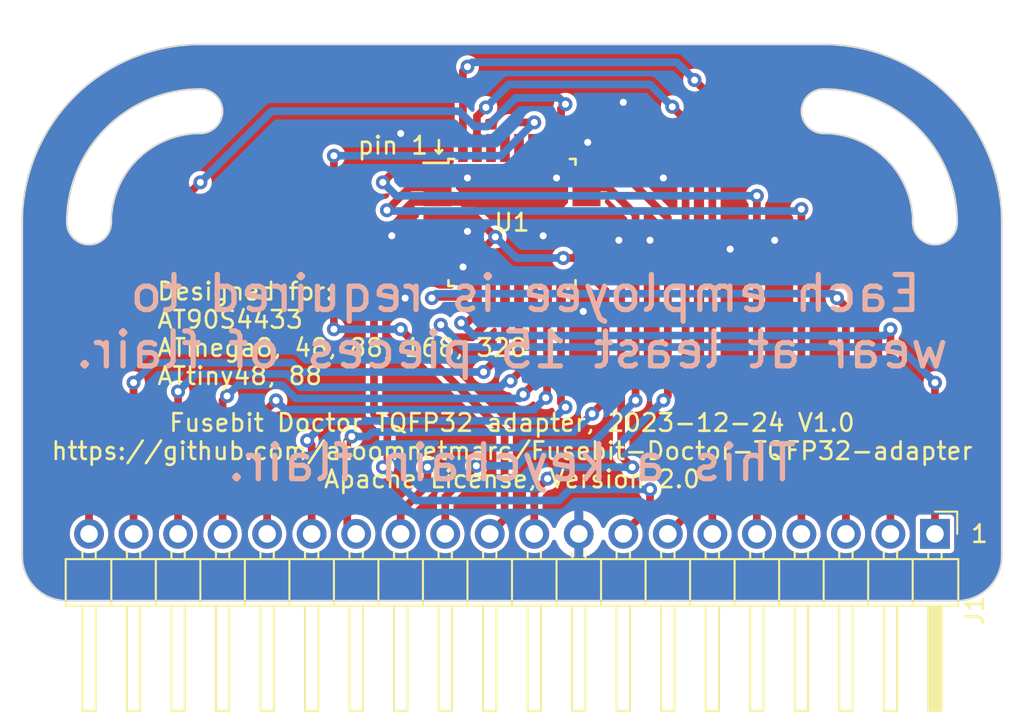
<source format=kicad_pcb>
(kicad_pcb (version 20221018) (generator pcbnew)
  (title_block (title "Fusebit Doctor TQFP32 adapter") (date "2023-12-24") (rev "V1.0") (company "https://github.com/atoomnetmarc/Fusebit-Doctor-TQFP32-adapter") (comment 1 "Apache License, Version 2.0"))
  (layers (0 "F.Cu" signal) (31 "B.Cu" signal) (34 "B.Paste" user) (35 "F.Paste" user) (36 "B.SilkS" user "B.Silkscreen") (37 "F.SilkS" user "F.Silkscreen") (38 "B.Mask" user) (39 "F.Mask" user) (44 "Edge.Cuts" user))
  (net 0 "")
  (net 1 "PAGEL")
  (net 2 "XA1")
  (net 3 "XA0")
  (net 4 "BS1")
  (net 5 "~{WR}")
  (net 6 "~{OE}")
  (net 7 "RDY{slash}~{BSY}")
  (net 8 "XTAL1")
  (net 9 "GND")
  (net 10 "5V")
  (net 11 "12V")
  (net 12 "DATA7")
  (net 13 "DATA6")
  (net 14 "DATA5")
  (net 15 "DATA4")
  (net 16 "DATA3")
  (net 17 "DATA2")
  (net 18 "DATA1")
  (net 19 "DATA0")
  (net 20 "BS2")
  (footprint "Connector_PinHeader_2.54mm:PinHeader_1x20_P2.54mm_Horizontal" (layer "F.Cu") (at 24.13 17.78 -90)
    (fp_text reference "J1" (at 4.385 -2.27 90) (layer "F.SilkS"))
    (fp_text value "Fusebit Doctor breakout side")
    (fp_line (start -1.27 -1.27) (end 0 -1.27) (stroke (width 0.12)) (layer "F.SilkS"))
    (fp_line (start -1.27 0) (end -1.27 -1.27) (stroke (width 0.12)) (layer "F.SilkS"))
    (fp_line (start 1.042929 2.16) (end 1.44 2.16) (stroke (width 0.12)) (layer "F.SilkS"))
    (fp_line (start 1.042929 2.92) (end 1.44 2.92) (stroke (width 0.12)) (layer "F.SilkS"))
    (fp_line (start 1.042929 4.7) (end 1.44 4.7) (stroke (width 0.12)) (layer "F.SilkS"))
    (fp_line (start 1.042929 5.46) (end 1.44 5.46) (stroke (width 0.12)) (layer "F.SilkS"))
    (fp_line (start 1.042929 7.24) (end 1.44 7.24) (stroke (width 0.12)) (layer "F.SilkS"))
    (fp_line (start 1.042929 8) (end 1.44 8) (stroke (width 0.12)) (layer "F.SilkS"))
    (fp_line (start 1.042929 9.78) (end 1.44 9.78) (stroke (width 0.12)) (layer "F.SilkS"))
    (fp_line (start 1.042929 10.54) (end 1.44 10.54) (stroke (width 0.12)) (layer "F.SilkS"))
    (fp_line (start 1.042929 12.32) (end 1.44 12.32) (stroke (width 0.12)) (layer "F.SilkS"))
    (fp_line (start 1.042929 13.08) (end 1.44 13.08) (stroke (width 0.12)) (layer "F.SilkS"))
    (fp_line (start 1.042929 14.86) (end 1.44 14.86) (stroke (width 0.12)) (layer "F.SilkS"))
    (fp_line (start 1.042929 15.62) (end 1.44 15.62) (stroke (width 0.12)) (layer "F.SilkS"))
    (fp_line (start 1.042929 17.4) (end 1.44 17.4) (stroke (width 0.12)) (layer "F.SilkS"))
    (fp_line (start 1.042929 18.16) (end 1.44 18.16) (stroke (width 0.12)) (layer "F.SilkS"))
    (fp_line (start 1.042929 19.94) (end 1.44 19.94) (stroke (width 0.12)) (layer "F.SilkS"))
    (fp_line (start 1.042929 20.7) (end 1.44 20.7) (stroke (width 0.12)) (layer "F.SilkS"))
    (fp_line (start 1.042929 22.48) (end 1.44 22.48) (stroke (width 0.12)) (layer "F.SilkS"))
    (fp_line (start 1.042929 23.24) (end 1.44 23.24) (stroke (width 0.12)) (layer "F.SilkS"))
    (fp_line (start 1.042929 25.02) (end 1.44 25.02) (stroke (width 0.12)) (layer "F.SilkS"))
    (fp_line (start 1.042929 25.78) (end 1.44 25.78) (stroke (width 0.12)) (layer "F.SilkS"))
    (fp_line (start 1.042929 27.56) (end 1.44 27.56) (stroke (width 0.12)) (layer "F.SilkS"))
    (fp_line (start 1.042929 28.32) (end 1.44 28.32) (stroke (width 0.12)) (layer "F.SilkS"))
    (fp_line (start 1.042929 30.1) (end 1.44 30.1) (stroke (width 0.12)) (layer "F.SilkS"))
    (fp_line (start 1.042929 30.86) (end 1.44 30.86) (stroke (width 0.12)) (layer "F.SilkS"))
    (fp_line (start 1.042929 32.64) (end 1.44 32.64) (stroke (width 0.12)) (layer "F.SilkS"))
    (fp_line (start 1.042929 33.4) (end 1.44 33.4) (stroke (width 0.12)) (layer "F.SilkS"))
    (fp_line (start 1.042929 35.18) (end 1.44 35.18) (stroke (width 0.12)) (layer "F.SilkS"))
    (fp_line (start 1.042929 35.94) (end 1.44 35.94) (stroke (width 0.12)) (layer "F.SilkS"))
    (fp_line (start 1.042929 37.72) (end 1.44 37.72) (stroke (width 0.12)) (layer "F.SilkS"))
    (fp_line (start 1.042929 38.48) (end 1.44 38.48) (stroke (width 0.12)) (layer "F.SilkS"))
    (fp_line (start 1.042929 40.26) (end 1.44 40.26) (stroke (width 0.12)) (layer "F.SilkS"))
    (fp_line (start 1.042929 41.02) (end 1.44 41.02) (stroke (width 0.12)) (layer "F.SilkS"))
    (fp_line (start 1.042929 42.8) (end 1.44 42.8) (stroke (width 0.12)) (layer "F.SilkS"))
    (fp_line (start 1.042929 43.56) (end 1.44 43.56) (stroke (width 0.12)) (layer "F.SilkS"))
    (fp_line (start 1.042929 45.34) (end 1.44 45.34) (stroke (width 0.12)) (layer "F.SilkS"))
    (fp_line (start 1.042929 46.1) (end 1.44 46.1) (stroke (width 0.12)) (layer "F.SilkS"))
    (fp_line (start 1.042929 47.88) (end 1.44 47.88) (stroke (width 0.12)) (layer "F.SilkS"))
    (fp_line (start 1.042929 48.64) (end 1.44 48.64) (stroke (width 0.12)) (layer "F.SilkS"))
    (fp_line (start 1.11 -0.38) (end 1.44 -0.38) (stroke (width 0.12)) (layer "F.SilkS"))
    (fp_line (start 1.11 0.38) (end 1.44 0.38) (stroke (width 0.12)) (layer "F.SilkS"))
    (fp_line (start 1.44 -1.33) (end 1.44 49.59) (stroke (width 0.12)) (layer "F.SilkS"))
    (fp_line (start 1.44 1.27) (end 4.1 1.27) (stroke (width 0.12)) (layer "F.SilkS"))
    (fp_line (start 1.44 3.81) (end 4.1 3.81) (stroke (width 0.12)) (layer "F.SilkS"))
    (fp_line (start 1.44 6.35) (end 4.1 6.35) (stroke (width 0.12)) (layer "F.SilkS"))
    (fp_line (start 1.44 8.89) (end 4.1 8.89) (stroke (width 0.12)) (layer "F.SilkS"))
    (fp_line (start 1.44 11.43) (end 4.1 11.43) (stroke (width 0.12)) (layer "F.SilkS"))
    (fp_line (start 1.44 13.97) (end 4.1 13.97) (stroke (width 0.12)) (layer "F.SilkS"))
    (fp_line (start 1.44 16.51) (end 4.1 16.51) (stroke (width 0.12)) (layer "F.SilkS"))
    (fp_line (start 1.44 19.05) (end 4.1 19.05) (stroke (width 0.12)) (layer "F.SilkS"))
    (fp_line (start 1.44 21.59) (end 4.1 21.59) (stroke (width 0.12)) (layer "F.SilkS"))
    (fp_line (start 1.44 24.13) (end 4.1 24.13) (stroke (width 0.12)) (layer "F.SilkS"))
    (fp_line (start 1.44 26.67) (end 4.1 26.67) (stroke (width 0.12)) (layer "F.SilkS"))
    (fp_line (start 1.44 29.21) (end 4.1 29.21) (stroke (width 0.12)) (layer "F.SilkS"))
    (fp_line (start 1.44 31.75) (end 4.1 31.75) (stroke (width 0.12)) (layer "F.SilkS"))
    (fp_line (start 1.44 34.29) (end 4.1 34.29) (stroke (width 0.12)) (layer "F.SilkS"))
    (fp_line (start 1.44 36.83) (end 4.1 36.83) (stroke (width 0.12)) (layer "F.SilkS"))
    (fp_line (start 1.44 39.37) (end 4.1 39.37) (stroke (width 0.12)) (layer "F.SilkS"))
    (fp_line (start 1.44 41.91) (end 4.1 41.91) (stroke (width 0.12)) (layer "F.SilkS"))
    (fp_line (start 1.44 44.45) (end 4.1 44.45) (stroke (width 0.12)) (layer "F.SilkS"))
    (fp_line (start 1.44 46.99) (end 4.1 46.99) (stroke (width 0.12)) (layer "F.SilkS"))
    (fp_line (start 1.44 49.59) (end 4.1 49.59) (stroke (width 0.12)) (layer "F.SilkS"))
    (fp_line (start 4.1 -1.33) (end 1.44 -1.33) (stroke (width 0.12)) (layer "F.SilkS"))
    (fp_line (start 4.1 -0.38) (end 10.1 -0.38) (stroke (width 0.12)) (layer "F.SilkS"))
    (fp_line (start 4.1 -0.32) (end 10.1 -0.32) (stroke (width 0.12)) (layer "F.SilkS"))
    (fp_line (start 4.1 -0.2) (end 10.1 -0.2) (stroke (width 0.12)) (layer "F.SilkS"))
    (fp_line (start 4.1 -0.08) (end 10.1 -0.08) (stroke (width 0.12)) (layer "F.SilkS"))
    (fp_line (start 4.1 0.04) (end 10.1 0.04) (stroke (width 0.12)) (layer "F.SilkS"))
    (fp_line (start 4.1 0.16) (end 10.1 0.16) (stroke (width 0.12)) (layer "F.SilkS"))
    (fp_line (start 4.1 0.28) (end 10.1 0.28) (stroke (width 0.12)) (layer "F.SilkS"))
    (fp_line (start 4.1 2.16) (end 10.1 2.16) (stroke (width 0.12)) (layer "F.SilkS"))
    (fp_line (start 4.1 4.7) (end 10.1 4.7) (stroke (width 0.12)) (layer "F.SilkS"))
    (fp_line (start 4.1 7.24) (end 10.1 7.24) (stroke (width 0.12)) (layer "F.SilkS"))
    (fp_line (start 4.1 9.78) (end 10.1 9.78) (stroke (width 0.12)) (layer "F.SilkS"))
    (fp_line (start 4.1 12.32) (end 10.1 12.32) (stroke (width 0.12)) (layer "F.SilkS"))
    (fp_line (start 4.1 14.86) (end 10.1 14.86) (stroke (width 0.12)) (layer "F.SilkS"))
    (fp_line (start 4.1 17.4) (end 10.1 17.4) (stroke (width 0.12)) (layer "F.SilkS"))
    (fp_line (start 4.1 19.94) (end 10.1 19.94) (stroke (width 0.12)) (layer "F.SilkS"))
    (fp_line (start 4.1 22.48) (end 10.1 22.48) (stroke (width 0.12)) (layer "F.SilkS"))
    (fp_line (start 4.1 25.02) (end 10.1 25.02) (stroke (width 0.12)) (layer "F.SilkS"))
    (fp_line (start 4.1 27.56) (end 10.1 27.56) (stroke (width 0.12)) (layer "F.SilkS"))
    (fp_line (start 4.1 30.1) (end 10.1 30.1) (stroke (width 0.12)) (layer "F.SilkS"))
    (fp_line (start 4.1 32.64) (end 10.1 32.64) (stroke (width 0.12)) (layer "F.SilkS"))
    (fp_line (start 4.1 35.18) (end 10.1 35.18) (stroke (width 0.12)) (layer "F.SilkS"))
    (fp_line (start 4.1 37.72) (end 10.1 37.72) (stroke (width 0.12)) (layer "F.SilkS"))
    (fp_line (start 4.1 40.26) (end 10.1 40.26) (stroke (width 0.12)) (layer "F.SilkS"))
    (fp_line (start 4.1 42.8) (end 10.1 42.8) (stroke (width 0.12)) (layer "F.SilkS"))
    (fp_line (start 4.1 45.34) (end 10.1 45.34) (stroke (width 0.12)) (layer "F.SilkS"))
    (fp_line (start 4.1 47.88) (end 10.1 47.88) (stroke (width 0.12)) (layer "F.SilkS"))
    (fp_line (start 4.1 49.59) (end 4.1 -1.33) (stroke (width 0.12)) (layer "F.SilkS"))
    (fp_line (start 10.1 -0.38) (end 10.1 0.38) (stroke (width 0.12)) (layer "F.SilkS"))
    (fp_line (start 10.1 0.38) (end 4.1 0.38) (stroke (width 0.12)) (layer "F.SilkS"))
    (fp_line (start 10.1 2.16) (end 10.1 2.92) (stroke (width 0.12)) (layer "F.SilkS"))
    (fp_line (start 10.1 2.92) (end 4.1 2.92) (stroke (width 0.12)) (layer "F.SilkS"))
    (fp_line (start 10.1 4.7) (end 10.1 5.46) (stroke (width 0.12)) (layer "F.SilkS"))
    (fp_line (start 10.1 5.46) (end 4.1 5.46) (stroke (width 0.12)) (layer "F.SilkS"))
    (fp_line (start 10.1 7.24) (end 10.1 8) (stroke (width 0.12)) (layer "F.SilkS"))
    (fp_line (start 10.1 8) (end 4.1 8) (stroke (width 0.12)) (layer "F.SilkS"))
    (fp_line (start 10.1 9.78) (end 10.1 10.54) (stroke (width 0.12)) (layer "F.SilkS"))
    (fp_line (start 10.1 10.54) (end 4.1 10.54) (stroke (width 0.12)) (layer "F.SilkS"))
    (fp_line (start 10.1 12.32) (end 10.1 13.08) (stroke (width 0.12)) (layer "F.SilkS"))
    (fp_line (start 10.1 13.08) (end 4.1 13.08) (stroke (width 0.12)) (layer "F.SilkS"))
    (fp_line (start 10.1 14.86) (end 10.1 15.62) (stroke (width 0.12)) (layer "F.SilkS"))
    (fp_line (start 10.1 15.62) (end 4.1 15.62) (stroke (width 0.12)) (layer "F.SilkS"))
    (fp_line (start 10.1 17.4) (end 10.1 18.16) (stroke (width 0.12)) (layer "F.SilkS"))
    (fp_line (start 10.1 18.16) (end 4.1 18.16) (stroke (width 0.12)) (layer "F.SilkS"))
    (fp_line (start 10.1 19.94) (end 10.1 20.7) (stroke (width 0.12)) (layer "F.SilkS"))
    (fp_line (start 10.1 20.7) (end 4.1 20.7) (stroke (width 0.12)) (layer "F.SilkS"))
    (fp_line (start 10.1 22.48) (end 10.1 23.24) (stroke (width 0.12)) (layer "F.SilkS"))
    (fp_line (start 10.1 23.24) (end 4.1 23.24) (stroke (width 0.12)) (layer "F.SilkS"))
    (fp_line (start 10.1 25.02) (end 10.1 25.78) (stroke (width 0.12)) (layer "F.SilkS"))
    (fp_line (start 10.1 25.78) (end 4.1 25.78) (stroke (width 0.12)) (layer "F.SilkS"))
    (fp_line (start 10.1 27.56) (end 10.1 28.32) (stroke (width 0.12)) (layer "F.SilkS"))
    (fp_line (start 10.1 28.32) (end 4.1 28.32) (stroke (width 0.12)) (layer "F.SilkS"))
    (fp_line (start 10.1 30.1) (end 10.1 30.86) (stroke (width 0.12)) (layer "F.SilkS"))
    (fp_line (start 10.1 30.86) (end 4.1 30.86) (stroke (width 0.12)) (layer "F.SilkS"))
    (fp_line (start 10.1 32.64) (end 10.1 33.4) (stroke (width 0.12)) (layer "F.SilkS"))
    (fp_line (start 10.1 33.4) (end 4.1 33.4) (stroke (width 0.12)) (layer "F.SilkS"))
    (fp_line (start 10.1 35.18) (end 10.1 35.94) (stroke (width 0.12)) (layer "F.SilkS"))
    (fp_line (start 10.1 35.94) (end 4.1 35.94) (stroke (width 0.12)) (layer "F.SilkS"))
    (fp_line (start 10.1 37.72) (end 10.1 38.48) (stroke (width 0.12)) (layer "F.SilkS"))
    (fp_line (start 10.1 38.48) (end 4.1 38.48) (stroke (width 0.12)) (layer "F.SilkS"))
    (fp_line (start 10.1 40.26) (end 10.1 41.02) (stroke (width 0.12)) (layer "F.SilkS"))
    (fp_line (start 10.1 41.02) (end 4.1 41.02) (stroke (width 0.12)) (layer "F.SilkS"))
    (fp_line (start 10.1 42.8) (end 10.1 43.56) (stroke (width 0.12)) (layer "F.SilkS"))
    (fp_line (start 10.1 43.56) (end 4.1 43.56) (stroke (width 0.12)) (layer "F.SilkS"))
    (fp_line (start 10.1 45.34) (end 10.1 46.1) (stroke (width 0.12)) (layer "F.SilkS"))
    (fp_line (start 10.1 46.1) (end 4.1 46.1) (stroke (width 0.12)) (layer "F.SilkS"))
    (fp_line (start 10.1 47.88) (end 10.1 48.64) (stroke (width 0.12)) (layer "F.SilkS"))
    (fp_line (start 10.1 48.64) (end 4.1 48.64) (stroke (width 0.12)) (layer "F.SilkS"))
    (pad "1" thru_hole rect (at 0 0 270) (size 1.7 1.7) (drill 1) (layers "*.Cu" "*.Mask") (net 1 "PAGEL"))
    (pad "2" thru_hole oval (at 0 2.54 270) (size 1.7 1.7) (drill 1) (layers "*.Cu" "*.Mask") (net 2 "XA1"))
    (pad "3" thru_hole oval (at 0 5.08 270) (size 1.7 1.7) (drill 1) (layers "*.Cu" "*.Mask") (net 3 "XA0"))
    (pad "4" thru_hole oval (at 0 7.62 270) (size 1.7 1.7) (drill 1) (layers "*.Cu" "*.Mask") (net 4 "BS1"))
    (pad "5" thru_hole oval (at 0 10.16 270) (size 1.7 1.7) (drill 1) (layers "*.Cu" "*.Mask") (net 5 "~{WR}"))
    (pad "6" thru_hole oval (at 0 12.7 270) (size 1.7 1.7) (drill 1) (layers "*.Cu" "*.Mask") (net 6 "~{OE}"))
    (pad "7" thru_hole oval (at 0 15.24 270) (size 1.7 1.7) (drill 1) (layers "*.Cu" "*.Mask") (net 7 "RDY{slash}~{BSY}"))
    (pad "8" thru_hole oval (at 0 17.78 270) (size 1.7 1.7) (drill 1) (layers "*.Cu" "*.Mask") (net 8 "XTAL1"))
    (pad "9" thru_hole oval (at 0 20.32 270) (size 1.7 1.7) (drill 1) (layers "*.Cu" "*.Mask") (net 9 "GND"))
    (pad "10" thru_hole oval (at 0 22.86 270) (size 1.7 1.7) (drill 1) (layers "*.Cu" "*.Mask") (net 10 "5V"))
    (pad "11" thru_hole oval (at 0 25.4 270) (size 1.7 1.7) (drill 1) (layers "*.Cu" "*.Mask") (net 11 "12V"))
    (pad "12" thru_hole oval (at 0 27.94 270) (size 1.7 1.7) (drill 1) (layers "*.Cu" "*.Mask") (net 12 "DATA7"))
    (pad "13" thru_hole oval (at 0 30.48 270) (size 1.7 1.7) (drill 1) (layers "*.Cu" "*.Mask") (net 13 "DATA6"))
    (pad "14" thru_hole oval (at 0 33.02 270) (size 1.7 1.7) (drill 1) (layers "*.Cu" "*.Mask") (net 14 "DATA5"))
    (pad "15" thru_hole oval (at 0 35.56 270) (size 1.7 1.7) (drill 1) (layers "*.Cu" "*.Mask") (net 15 "DATA4"))
    (pad "16" thru_hole oval (at 0 38.1 270) (size 1.7 1.7) (drill 1) (layers "*.Cu" "*.Mask") (net 16 "DATA3"))
    (pad "17" thru_hole oval (at 0 40.64 270) (size 1.7 1.7) (drill 1) (layers "*.Cu" "*.Mask") (net 17 "DATA2"))
    (pad "18" thru_hole oval (at 0 43.18 270) (size 1.7 1.7) (drill 1) (layers "*.Cu" "*.Mask") (net 18 "DATA1"))
    (pad "19" thru_hole oval (at 0 45.72 270) (size 1.7 1.7) (drill 1) (layers "*.Cu" "*.Mask") (net 19 "DATA0"))
    (pad "20" thru_hole oval (at 0 48.26 270) (size 1.7 1.7) (drill 1) (layers "*.Cu" "*.Mask") (net 20 "BS2"))
  )
  (footprint "Package_QFP:TQFP-32_7x7mm_P0.8mm" (layer "F.Cu") (at 0 0)
    (fp_text reference "U1" (at 0 0) (layer "F.SilkS"))
    (fp_text value "ATmega48-20A")
    (fp_line (start -3.625 -3.625) (end -3.625 -3.4) (stroke (width 0.15)) (layer "F.SilkS"))
    (fp_line (start -3.625 -3.625) (end -3.3 -3.625) (stroke (width 0.15)) (layer "F.SilkS"))
    (fp_line (start -3.625 -3.4) (end -5.05 -3.4) (stroke (width 0.15)) (layer "F.SilkS"))
    (fp_line (start -3.625 3.625) (end -3.625 3.3) (stroke (width 0.15)) (layer "F.SilkS"))
    (fp_line (start -3.625 3.625) (end -3.3 3.625) (stroke (width 0.15)) (layer "F.SilkS"))
    (fp_line (start 3.625 -3.625) (end 3.3 -3.625) (stroke (width 0.15)) (layer "F.SilkS"))
    (fp_line (start 3.625 -3.625) (end 3.625 -3.3) (stroke (width 0.15)) (layer "F.SilkS"))
    (fp_line (start 3.625 3.625) (end 3.3 3.625) (stroke (width 0.15)) (layer "F.SilkS"))
    (fp_line (start 3.625 3.625) (end 3.625 3.3) (stroke (width 0.15)) (layer "F.SilkS"))
    (pad "1" smd rect (at -4.25 -2.8) (size 1.6 0.55) (layers "F.Cu" "F.Paste" "F.Mask") (net 5 "~{WR}"))
    (pad "2" smd rect (at -4.25 -2) (size 1.6 0.55) (layers "F.Cu" "F.Paste" "F.Mask") (net 4 "BS1"))
    (pad "3" smd rect (at -4.25 -1.2) (size 1.6 0.55) (layers "F.Cu" "F.Paste" "F.Mask") (net 9 "GND"))
    (pad "4" smd rect (at -4.25 -0.4) (size 1.6 0.55) (layers "F.Cu" "F.Paste" "F.Mask") (net 10 "5V"))
    (pad "5" smd rect (at -4.25 0.4) (size 1.6 0.55) (layers "F.Cu" "F.Paste" "F.Mask") (net 9 "GND"))
    (pad "6" smd rect (at -4.25 1.2) (size 1.6 0.55) (layers "F.Cu" "F.Paste" "F.Mask") (net 10 "5V"))
    (pad "7" smd rect (at -4.25 2) (size 1.6 0.55) (layers "F.Cu" "F.Paste" "F.Mask") (net 8 "XTAL1"))
    (pad "8" smd rect (at -4.25 2.8) (size 1.6 0.55) (layers "F.Cu" "F.Paste" "F.Mask"))
    (pad "9" smd rect (at -2.8 4.25 90) (size 1.6 0.55) (layers "F.Cu" "F.Paste" "F.Mask") (net 3 "XA0"))
    (pad "10" smd rect (at -2 4.25 90) (size 1.6 0.55) (layers "F.Cu" "F.Paste" "F.Mask") (net 2 "XA1"))
    (pad "11" smd rect (at -1.2 4.25 90) (size 1.6 0.55) (layers "F.Cu" "F.Paste" "F.Mask") (net 1 "PAGEL"))
    (pad "12" smd rect (at -0.4 4.25 90) (size 1.6 0.55) (layers "F.Cu" "F.Paste" "F.Mask") (net 19 "DATA0"))
    (pad "13" smd rect (at 0.4 4.25 90) (size 1.6 0.55) (layers "F.Cu" "F.Paste" "F.Mask") (net 18 "DATA1"))
    (pad "14" smd rect (at 1.2 4.25 90) (size 1.6 0.55) (layers "F.Cu" "F.Paste" "F.Mask") (net 17 "DATA2"))
    (pad "15" smd rect (at 2 4.25 90) (size 1.6 0.55) (layers "F.Cu" "F.Paste" "F.Mask") (net 16 "DATA3"))
    (pad "16" smd rect (at 2.8 4.25 90) (size 1.6 0.55) (layers "F.Cu" "F.Paste" "F.Mask") (net 15 "DATA4"))
    (pad "17" smd rect (at 4.25 2.8) (size 1.6 0.55) (layers "F.Cu" "F.Paste" "F.Mask") (net 14 "DATA5"))
    (pad "18" smd rect (at 4.25 2) (size 1.6 0.55) (layers "F.Cu" "F.Paste" "F.Mask") (net 10 "5V"))
    (pad "19" smd rect (at 4.25 1.2) (size 1.6 0.55) (layers "F.Cu" "F.Paste" "F.Mask"))
    (pad "20" smd rect (at 4.25 0.4) (size 1.6 0.55) (layers "F.Cu" "F.Paste" "F.Mask"))
    (pad "21" smd rect (at 4.25 -0.4) (size 1.6 0.55) (layers "F.Cu" "F.Paste" "F.Mask") (net 9 "GND"))
    (pad "22" smd rect (at 4.25 -1.2) (size 1.6 0.55) (layers "F.Cu" "F.Paste" "F.Mask"))
    (pad "23" smd rect (at 4.25 -2) (size 1.6 0.55) (layers "F.Cu" "F.Paste" "F.Mask") (net 13 "DATA6"))
    (pad "24" smd rect (at 4.25 -2.8) (size 1.6 0.55) (layers "F.Cu" "F.Paste" "F.Mask") (net 12 "DATA7"))
    (pad "25" smd rect (at 2.8 -4.25 90) (size 1.6 0.55) (layers "F.Cu" "F.Paste" "F.Mask") (net 20 "BS2"))
    (pad "26" smd rect (at 2 -4.25 90) (size 1.6 0.55) (layers "F.Cu" "F.Paste" "F.Mask"))
    (pad "27" smd rect (at 1.2 -4.25 90) (size 1.6 0.55) (layers "F.Cu" "F.Paste" "F.Mask"))
    (pad "28" smd rect (at 0.4 -4.25 90) (size 1.6 0.55) (layers "F.Cu" "F.Paste" "F.Mask"))
    (pad "29" smd rect (at -0.4 -4.25 90) (size 1.6 0.55) (layers "F.Cu" "F.Paste" "F.Mask") (net 11 "12V"))
    (pad "30" smd rect (at -1.2 -4.25 90) (size 1.6 0.55) (layers "F.Cu" "F.Paste" "F.Mask"))
    (pad "31" smd rect (at -2 -4.25 90) (size 1.6 0.55) (layers "F.Cu" "F.Paste" "F.Mask") (net 7 "RDY{slash}~{BSY}"))
    (pad "32" smd rect (at -2.8 -4.25 90) (size 1.6 0.55) (layers "F.Cu" "F.Paste" "F.Mask") (net 6 "~{OE}"))
  )
  (gr_line (start 27.94 0) (end 27.94 19.05) (stroke (width 0.1)) (layer "Edge.Cuts"))
  (gr_arc (start 17.78 -10.16) (mid 24.964205 -7.184205) (end 27.94 0) (stroke (width 0.1)) (layer "Edge.Cuts"))
  (gr_arc (start -25.4 21.59) (mid -27.196051 20.846051) (end -27.94 19.05) (stroke (width 0.1)) (layer "Edge.Cuts"))
  (gr_line (start 25.4 21.59) (end -25.4 21.59) (stroke (width 0.1)) (layer "Edge.Cuts"))
  (gr_arc (start -22.86 0) (mid -21.372102 -3.592102) (end -17.78 -5.08) (stroke (width 0.1)) (layer "Edge.Cuts"))
  (gr_arc (start 27.94 19.05) (mid 27.196051 20.846051) (end 25.4 21.59) (stroke (width 0.1)) (layer "Edge.Cuts"))
  (gr_arc (start -17.78 -7.62) (mid -16.51 -6.35) (end -17.78 -5.08) (stroke (width 0.1)) (layer "Edge.Cuts"))
  (gr_arc (start 17.78 -7.62) (mid 23.168154 -5.388154) (end 25.4 0) (stroke (width 0.1)) (layer "Edge.Cuts"))
  (gr_line (start -17.78 -10.16) (end 17.78 -10.16) (stroke (width 0.1)) (layer "Edge.Cuts"))
  (gr_line (start -27.94 19.05) (end -27.94 0) (stroke (width 0.1)) (layer "Edge.Cuts"))
  (gr_arc (start -27.94 0) (mid -24.964205 -7.184205) (end -17.78 -10.16) (stroke (width 0.1)) (layer "Edge.Cuts"))
  (gr_arc (start 17.78 -5.08) (mid 21.372102 -3.592102) (end 22.86 0) (stroke (width 0.1)) (layer "Edge.Cuts"))
  (gr_arc (start 17.78 -5.08) (mid 16.51 -6.35) (end 17.78 -7.62) (stroke (width 0.1)) (layer "Edge.Cuts"))
  (gr_arc (start -25.4 0) (mid -23.168154 -5.388154) (end -17.78 -7.62) (stroke (width 0.1)) (layer "Edge.Cuts"))
  (gr_arc (start -22.86 0) (mid -24.13 1.27) (end -25.4 0) (stroke (width 0.1)) (layer "Edge.Cuts"))
  (gr_arc (start 25.4 0) (mid 24.13 1.27) (end 22.86 0) (stroke (width 0.1)) (layer "Edge.Cuts"))
  (gr_text "Each employee is required to \nwear at least 15 pieces of flair.\n\nThis a keychain flair." (at 0 8.89) (layer "B.SilkS") (effects (font (size 2 2) (thickness 0.3)) (justify mirror)))
  (gr_text "pin 1↓" (at -8.89 -3.81) (layer "F.SilkS") (effects (font (size 1 1)) (justify left bottom)))
  (gr_text "${TITLE}, ${ISSUE_DATE} ${REVISION}\n${COMPANY}\n${COMMENT1}" (at 0 15.24) (layer "F.SilkS") (effects (font (size 1 1)) (justify bottom)))
  (gr_text "Designed for:\nAT90S4433\nATmega8, 48, 88, 168, 328\nATtiny48, 88" (at -20.32 6.35) (layer "F.SilkS") (effects (font (size 1 1)) (justify left)))
  (gr_text "1" (at 26.67 17.78) (layer "F.SilkS") (effects (font (size 1 1))))
  (segment (start 24.13 17.78) (end 24.13 9.144008) (width 0.44) (layer "F.Cu") (net 1))
  (segment (start -4.064 5.842) (end -3.351183 6.554817) (width 0.44) (layer "F.Cu") (net 1))
  (segment (start -1.2 5.49) (end -1.2 4.25) (width 0.44) (layer "F.Cu") (net 1))
  (segment (start -2.264817 6.554817) (end -1.2 5.49) (width 0.44) (layer "F.Cu") (net 1))
  (segment (start -3.351183 6.554817) (end -2.264817 6.554817) (width 0.44) (layer "F.Cu") (net 1))
  (via (at -4.064 5.842) (size 0.8) (drill 0.4) (layers "F.Cu" "B.Cu") (net 1))
  (via (at 24.13 9.144008) (size 0.8) (drill 0.4) (layers "F.Cu" "B.Cu") (net 1))
  (segment (start 22.098 7.112) (end 24.13 9.144) (width 0.44) (layer "B.Cu") (net 1))
  (segment (start -2.794 7.112) (end 22.098 7.112) (width 0.44) (layer "B.Cu") (net 1))
  (segment (start 24.13 9.144) (end 24.13 9.144008) (width 0.44) (layer "B.Cu") (net 1))
  (segment (start -4.064 5.842) (end -2.794 7.112) (width 0.44) (layer "B.Cu") (net 1))
  (segment (start -2 5.158904) (end -2.575913 5.734817) (width 0.44) (layer "F.Cu") (net 2))
  (segment (start 21.59 17.78) (end 21.59 6.096) (width 0.44) (layer "F.Cu") (net 2))
  (segment (start -2 4.25) (end -2 5.158904) (width 0.44) (layer "F.Cu") (net 2))
  (segment (start -2.575913 5.734817) (end -2.901183 5.734817) (width 0.44) (layer "F.Cu") (net 2))
  (via (at 21.59 6.096) (size 0.8) (drill 0.4) (layers "F.Cu" "B.Cu") (net 2))
  (via (at -2.901183 5.734817) (size 0.8) (drill 0.4) (layers "F.Cu" "B.Cu") (net 2))
  (segment (start 21.228 6.458) (end -2.178 6.458) (width 0.44) (layer "B.Cu") (net 2))
  (segment (start -2.178 6.458) (end -2.901183 5.734817) (width 0.44) (layer "B.Cu") (net 2))
  (segment (start 21.59 6.096) (end 21.228 6.458) (width 0.44) (layer "B.Cu") (net 2))
  (segment (start -2.8 4.25) (end -4.504 4.25) (width 0.44) (layer "F.Cu") (net 3))
  (segment (start 19.05 17.78) (end 19.05 4.826) (width 0.44) (layer "F.Cu") (net 3))
  (segment (start -4.504 4.25) (end -4.572 4.318) (width 0.44) (layer "F.Cu") (net 3))
  (segment (start 19.05 4.826) (end 18.542 4.318) (width 0.44) (layer "F.Cu") (net 3))
  (via (at -4.572 4.318) (size 0.8) (drill 0.4) (layers "F.Cu" "B.Cu") (net 3))
  (via (at 18.542 4.318) (size 0.8) (drill 0.4) (layers "F.Cu" "B.Cu") (net 3))
  (segment (start 18.288 4.064) (end -4.318 4.064) (width 0.44) (layer "B.Cu") (net 3))
  (segment (start -4.318 4.064) (end -4.572 4.318) (width 0.44) (layer "B.Cu") (net 3))
  (segment (start 18.542 4.318) (end 18.288 4.064) (width 0.44) (layer "B.Cu") (net 3))
  (segment (start -5.831758 -2) (end -7.133115 -0.698643) (width 0.44) (layer "F.Cu") (net 4))
  (segment (start -4.25 -2) (end -5.831758 -2) (width 0.44) (layer "F.Cu") (net 4))
  (segment (start 16.51 17.78) (end 16.51 -0.762) (width 0.44) (layer "F.Cu") (net 4))
  (via (at 16.51 -0.762) (size 0.8) (drill 0.4) (layers "F.Cu" "B.Cu") (net 4))
  (via (at -7.133115 -0.698643) (size 0.8) (drill 0.4) (layers "F.Cu" "B.Cu") (net 4))
  (segment (start 16.401999 -0.653999) (end -7.088471 -0.653999) (width 0.44) (layer "B.Cu") (net 4))
  (segment (start -7.088471 -0.653999) (end -7.133115 -0.698643) (width 0.44) (layer "B.Cu") (net 4))
  (segment (start 16.51 -0.762) (end 16.401999 -0.653999) (width 0.44) (layer "B.Cu") (net 4))
  (segment (start -6.852 -2.8) (end -7.366 -2.286) (width 0.44) (layer "F.Cu") (net 5))
  (segment (start 13.97 17.78) (end 13.97 -1.524) (width 0.44) (layer "F.Cu") (net 5))
  (segment (start -4.25 -2.8) (end -6.852 -2.8) (width 0.44) (layer "F.Cu") (net 5))
  (segment (start 13.97 -1.524) (end 13.969998 -1.524002) (width 0.44) (layer "F.Cu") (net 5))
  (via (at 13.969998 -1.524002) (size 0.8) (drill 0.4) (layers "F.Cu" "B.Cu") (net 5))
  (via (at -7.366 -2.286) (size 0.8) (drill 0.4) (layers "F.Cu" "B.Cu") (net 5))
  (segment (start 13.969995 -1.523999) (end -6.603999 -1.523999) (width 0.44) (layer "B.Cu") (net 5))
  (segment (start -6.603999 -1.523999) (end -7.366 -2.286) (width 0.44) (layer "B.Cu") (net 5))
  (segment (start 13.969998 -1.524002) (end 13.969995 -1.523999) (width 0.44) (layer "B.Cu") (net 5))
  (segment (start -2.8 -8.63) (end -2.54 -8.89) (width 0.44) (layer "F.Cu") (net 6))
  (segment (start 11.43 17.78) (end 11.43 -7.112) (width 0.44) (layer "F.Cu") (net 6))
  (segment (start -2.8 -4.25) (end -2.8 -8.63) (width 0.44) (layer "F.Cu") (net 6))
  (segment (start 11.43 -7.112) (end 10.414 -8.128) (width 0.44) (layer "F.Cu") (net 6))
  (via (at 10.414 -8.128) (size 0.8) (drill 0.4) (layers "F.Cu" "B.Cu") (net 6))
  (via (at -2.54 -8.89) (size 0.8) (drill 0.4) (layers "F.Cu" "B.Cu") (net 6))
  (segment (start 10.414 -8.128) (end 9.398 -9.144) (width 0.44) (layer "B.Cu") (net 6))
  (segment (start 9.398 -9.144) (end -2.286 -9.144) (width 0.44) (layer "B.Cu") (net 6))
  (segment (start -2.286 -9.144) (end -2.54 -8.89) (width 0.44) (layer "B.Cu") (net 6))
  (segment (start 8.89 17.78) (end 9.906 16.764) (width 0.44) (layer "F.Cu") (net 7))
  (segment (start 9.906 16.764) (end 9.906 -5.842) (width 0.44) (layer "F.Cu") (net 7))
  (segment (start 9.906 -5.842) (end 9.144 -6.604) (width 0.44) (layer "F.Cu") (net 7))
  (segment (start -1.488292 -6.568292) (end -2 -6.056584) (width 0.44) (layer "F.Cu") (net 7))
  (segment (start -2 -6.056584) (end -2 -4.25) (width 0.44) (layer "F.Cu") (net 7))
  (via (at 9.144 -6.604) (size 0.8) (drill 0.4) (layers "F.Cu" "B.Cu") (net 7))
  (via (at -1.488292 -6.568292) (size 0.8) (drill 0.4) (layers "F.Cu" "B.Cu") (net 7))
  (segment (start 7.874 -7.874) (end 9.144 -6.604) (width 0.44) (layer "B.Cu") (net 7))
  (segment (start -0.182584 -7.874) (end 7.874 -7.874) (width 0.44) (layer "B.Cu") (net 7))
  (segment (start -1.488292 -6.568292) (end -0.182584 -7.874) (width 0.44) (layer "B.Cu") (net 7))
  (segment (start -4.25 2) (end -6.318 2) (width 0.44) (layer "F.Cu") (net 8))
  (segment (start -7.874 3.556) (end -7.874 10.922) (width 0.44) (layer "F.Cu") (net 8))
  (segment (start -6.318 2) (end -7.874 3.556) (width 0.44) (layer "F.Cu") (net 8))
  (segment (start 7.874 16.256) (end 7.874 15.24) (width 0.44) (layer "F.Cu") (net 8))
  (segment (start -7.874 10.922) (end -7.112 11.684) (width 0.44) (layer "F.Cu") (net 8))
  (segment (start -7.112 11.684) (end -7.112 13.716) (width 0.44) (layer "F.Cu") (net 8))
  (segment (start 6.35 17.78) (end 7.874 16.256) (width 0.44) (layer "F.Cu") (net 8))
  (segment (start -7.112 13.716) (end -7.366 13.97) (width 0.44) (layer "F.Cu") (net 8))
  (via (at -7.366 13.97) (size 0.8) (drill 0.4) (layers "F.Cu" "B.Cu") (net 8))
  (via (at 7.874 15.24) (size 0.8) (drill 0.4) (layers "F.Cu" "B.Cu") (net 8))
  (segment (start -7.366 13.97) (end -5.461 15.875) (width 0.44) (layer "B.Cu") (net 8))
  (segment (start 3.302 15.24) (end 7.874 15.24) (width 0.44) (layer "B.Cu") (net 8))
  (segment (start 2.667 15.875) (end 3.302 15.24) (width 0.44) (layer "B.Cu") (net 8))
  (segment (start -5.461 15.875) (end 2.667 15.875) (width 0.44) (layer "B.Cu") (net 8))
  (via (at -2.54 -2.54) (size 0.8) (drill 0.4) (layers "F.Cu" "B.Cu") (net 9))
  (via (at -2.794 2.54) (size 0.8) (drill 0.4) (layers "F.Cu" "B.Cu") (net 9))
  (via (at 1.778 0.762) (size 0.8) (drill 0.4) (layers "F.Cu" "B.Cu") (net 9))
  (via (at 4.064 5.08) (size 0.8) (drill 0.4) (layers "F.Cu" "B.Cu") (net 9))
  (via (at 12.446 1.524) (size 0.8) (drill 0.4) (layers "F.Cu" "B.Cu") (net 9))
  (via (at 6.35 -6.858) (size 0.8) (drill 0.4) (layers "F.Cu" "B.Cu") (net 9))
  (via (at -6.096 4.318) (size 0.8) (drill 0.4) (layers "F.Cu" "B.Cu") (net 9))
  (via (at 2.54 -2.54) (size 0.8) (drill 0.4) (layers "F.Cu" "B.Cu") (net 9))
  (via (at -6.858 0.762) (size 0.8) (drill 0.4) (layers "F.Cu" "B.Cu") (net 9))
  (via (at 6.096 1.016) (size 0.8) (drill 0.4) (layers "F.Cu" "B.Cu") (net 9))
  (via (at 4.318 -4.572) (size 0.8) (drill 0.4) (layers "F.Cu" "B.Cu") (net 9))
  (via (at 8.636 -2.54) (size 0.8) (drill 0.4) (layers "F.Cu" "B.Cu") (net 9))
  (via (at 7.874 1.016) (size 0.8) (drill 0.4) (layers "F.Cu" "B.Cu") (net 9))
  (via (at -6.35 -5.08) (size 0.8) (drill 0.4) (layers "F.Cu" "B.Cu") (net 9))
  (via (at -2.54 0.508) (size 0.8) (drill 0.4) (layers "F.Cu" "B.Cu") (net 9))
  (via (at 14.986 1.016) (size 0.8) (drill 0.4) (layers "F.Cu" "B.Cu") (net 9))
  (segment (start 6.22766 2.67166) (end 6.22766 13.33967) (width 0.44) (layer "F.Cu") (net 10))
  (segment (start 4.218 2.032) (end 4.25 2) (width 0.44) (layer "F.Cu") (net 10))
  (segment (start 6.22766 13.33967) (end 6.85799 13.97) (width 0.44) (layer "F.Cu") (net 10))
  (segment (start 4.25 2) (end 5.556 2) (width 0.44) (layer "F.Cu") (net 10))
  (segment (start -2.794 1.416) (end -1.543 1.416) (width 0.44) (layer "F.Cu") (net 10))
  (segment (start -4.25 1.2) (end -3.01 1.2) (width 0.44) (layer "F.Cu") (net 10))
  (segment (start 5.556 2) (end 6.22766 2.67166) (width 0.44) (layer "F.Cu") (net 10))
  (segment (start -2.178 -0.4) (end -0.9525 0.8255) (width 0.44) (layer "F.Cu") (net 10))
  (segment (start -3.01 1.2) (end -2.794 1.416) (width 0.44) (layer "F.Cu") (net 10))
  (segment (start 1.27 15.385996) (end 2.031996 14.624) (width 0.44) (layer "F.Cu") (net 10))
  (segment (start -4.25 -0.4) (end -2.178 -0.4) (width 0.44) (layer "F.Cu") (net 10))
  (segment (start 2.921 2.032) (end 4.218 2.032) (width 0.44) (layer "F.Cu") (net 10))
  (segment (start 1.27 17.78) (end 1.27 15.385996) (width 0.44) (layer "F.Cu") (net 10))
  (segment (start -1.543 1.416) (end -0.9525 0.8255) (width 0.44) (layer "F.Cu") (net 10))
  (via (at -0.9525 0.8255) (size 0.8) (drill 0.4) (layers "F.Cu" "B.Cu") (net 10))
  (via (at 2.031996 14.624) (size 0.8) (drill 0.4) (layers "F.Cu" "B.Cu") (net 10))
  (via (at 2.921 2.032) (size 0.8) (drill 0.4) (layers "F.Cu" "B.Cu") (net 10))
  (via (at 6.85799 13.97) (size 0.8) (drill 0.4) (layers "F.Cu" "B.Cu") (net 10))
  (segment (start 2.685996 13.97) (end 2.031996 14.624) (width 0.44) (layer "B.Cu") (net 10))
  (segment (start 0.254 2.032) (end -0.9525 0.8255) (width 0.44) (layer "B.Cu") (net 10))
  (segment (start 6.85799 13.97) (end 2.685996 13.97) (width 0.44) (layer "B.Cu") (net 10))
  (segment (start 2.921 2.032) (end 0.254 2.032) (width 0.44) (layer "B.Cu") (net 10))
  (segment (start -0.42 12.026) (end -6.35 6.096) (width 0.44) (layer "F.Cu") (net 11))
  (segment (start -0.42 16.93) (end -0.42 12.026) (width 0.44) (layer "F.Cu") (net 11))
  (segment (start -0.177959 -5.712041) (end 1.27 -5.712041) (width 0.44) (layer "F.Cu") (net 11))
  (segment (start -10.16 -3.81) (end -10.16 6.096) (width 0.44) (layer "F.Cu") (net 11))
  (segment (start -1.27 17.78) (end -0.42 16.93) (width 0.44) (layer "F.Cu") (net 11))
  (segment (start -0.4 -5.49) (end -0.177959 -5.712041) (width 0.44) (layer "F.Cu") (net 11))
  (segment (start -0.4 -4.25) (end -0.4 -5.49) (width 0.44) (layer "F.Cu") (net 11))
  (via (at -10.16 -3.81) (size 0.8) (drill 0.4) (layers "F.Cu" "B.Cu") (net 11))
  (via (at -10.16 6.096) (size 0.8) (drill 0.4) (layers "F.Cu" "B.Cu") (net 11))
  (via (at -6.35 6.096) (size 0.8) (drill 0.4) (layers "F.Cu" "B.Cu") (net 11))
  (via (at 1.27 -5.712041) (size 0.8) (drill 0.4) (layers "F.Cu" "B.Cu") (net 11))
  (segment (start -6.35 6.096) (end -10.16 6.096) (width 0.44) (layer "B.Cu") (net 11))
  (segment (start -10.16 -3.81) (end -0.632041 -3.81) (width 0.44) (layer "B.Cu") (net 11))
  (segment (start -0.632041 -3.81) (end 1.27 -5.712041) (width 0.44) (layer "B.Cu") (net 11))
  (segment (start -3.81 15.670187) (end -2.032 13.892187) (width 0.44) (layer "F.Cu") (net 12))
  (segment (start 8.89 -0.254) (end 8.89 9.906) (width 0.44) (layer "F.Cu") (net 12))
  (segment (start 8.89 9.906) (end 8.636 10.16) (width 0.44) (layer "F.Cu") (net 12))
  (segment (start -3.81 17.78) (end -3.81 15.670187) (width 0.44) (layer "F.Cu") (net 12))
  (segment (start 6.344 -2.8) (end 8.89 -0.254) (width 0.44) (layer "F.Cu") (net 12))
  (segment (start 4.25 -2.8) (end 6.344 -2.8) (width 0.44) (layer "F.Cu") (net 12))
  (via (at -2.032 13.892187) (size 0.8) (drill 0.4) (layers "F.Cu" "B.Cu") (net 12))
  (via (at 8.636 10.16) (size 0.8) (drill 0.4) (layers "F.Cu" "B.Cu") (net 12))
  (segment (start 0.909634 13.246) (end 0.263447 13.892187) (width 0.44) (layer "B.Cu") (net 12))
  (segment (start 0.263447 13.892187) (end -2.032 13.892187) (width 0.44) (layer "B.Cu") (net 12))
  (segment (start 5.55 13.246) (end 0.909634 13.246) (width 0.44) (layer "B.Cu") (net 12))
  (segment (start 8.636 10.16) (end 5.55 13.246) (width 0.44) (layer "B.Cu") (net 12))
  (segment (start -6.35 17.78) (end -6.35 16.51) (width 0.44) (layer "F.Cu") (net 13))
  (segment (start 5.49 -2) (end 7.048645 -0.441355) (width 0.44) (layer "F.Cu") (net 13))
  (segment (start -4.826 14.986) (end -4.826 13.97) (width 0.44) (layer "F.Cu") (net 13))
  (segment (start -6.35 16.51) (end -4.826 14.986) (width 0.44) (layer "F.Cu") (net 13))
  (segment (start 7.048645 -0.441355) (end 7.048645 10.16) (width 0.44) (layer "F.Cu") (net 13))
  (segment (start 4.25 -2) (end 5.49 -2) (width 0.44) (layer "F.Cu") (net 13))
  (via (at 7.048645 10.16) (size 0.8) (drill 0.4) (layers "F.Cu" "B.Cu") (net 13))
  (via (at -4.826 13.97) (size 0.8) (drill 0.4) (layers "F.Cu" "B.Cu") (net 13))
  (segment (start 7.048645 10.16) (end 4.602645 12.606) (width 0.44) (layer "B.Cu") (net 13))
  (segment (start 0.644538 12.606) (end 0.390537 12.86) (width 0.44) (layer "B.Cu") (net 13))
  (segment (start -3.716 12.86) (end -4.826 13.97) (width 0.44) (layer "B.Cu") (net 13))
  (segment (start 0.390537 12.86) (end -3.716 12.86) (width 0.44) (layer "B.Cu") (net 13))
  (segment (start 4.602645 12.606) (end 0.644538 12.606) (width 0.44) (layer "B.Cu") (net 13))
  (segment (start 4.25 2.8) (end 5.334 3.884) (width 0.44) (layer "F.Cu") (net 14))
  (segment (start 5.334 10.16) (end 4.572 10.922) (width 0.44) (layer "F.Cu") (net 14))
  (segment (start -8.89 17.78) (end -9.398 17.272) (width 0.44) (layer "F.Cu") (net 14))
  (segment (start 5.334 3.884) (end 5.334 10.16) (width 0.44) (layer "F.Cu") (net 14))
  (segment (start -9.398 17.272) (end -9.398 12.474) (width 0.44) (layer "F.Cu") (net 14))
  (segment (start -9.398 12.474) (end -9.144 12.22) (width 0.44) (layer "F.Cu") (net 14))
  (via (at 4.572 10.922) (size 0.8) (drill 0.4) (layers "F.Cu" "B.Cu") (net 14))
  (via (at -9.144 12.22) (size 0.8) (drill 0.4) (layers "F.Cu" "B.Cu") (net 14))
  (segment (start 4.572 10.922) (end 3.528 11.966) (width 0.44) (layer "B.Cu") (net 14))
  (segment (start 3.528 11.966) (end -7.982 11.966) (width 0.44) (layer "B.Cu") (net 14))
  (segment (start -8.236 12.22) (end -9.144 12.22) (width 0.44) (layer "B.Cu") (net 14))
  (segment (start -7.982 11.966) (end -8.236 12.22) (width 0.44) (layer "B.Cu") (net 14))
  (segment (start 2.794 10.296) (end 3.048 10.55) (width 0.44) (layer "F.Cu") (net 15))
  (segment (start -11.43 12.7) (end -11.684 12.446) (width 0.44) (layer "F.Cu") (net 15))
  (segment (start -11.43 17.78) (end -11.43 12.7) (width 0.44) (layer "F.Cu") (net 15))
  (segment (start 2.794 4.256) (end 2.794 10.296) (width 0.44) (layer "F.Cu") (net 15))
  (segment (start 2.8 4.25) (end 2.794 4.256) (width 0.44) (layer "F.Cu") (net 15))
  (via (at 3.048 10.55) (size 0.8) (drill 0.4) (layers "F.Cu" "B.Cu") (net 15))
  (via (at -11.684 12.446) (size 0.8) (drill 0.4) (layers "F.Cu" "B.Cu") (net 15))
  (segment (start -8.271097 11.35) (end -10.588 11.35) (width 0.44) (layer "B.Cu") (net 15))
  (segment (start 2.272 11.326) (end -8.247096 11.326) (width 0.44) (layer "B.Cu") (net 15))
  (segment (start -8.247096 11.326) (end -8.271097 11.35) (width 0.44) (layer "B.Cu") (net 15))
  (segment (start 3.048 10.55) (end 2.272 11.326) (width 0.44) (layer "B.Cu") (net 15))
  (segment (start -10.588 11.35) (end -11.684 12.446) (width 0.44) (layer "B.Cu") (net 15))
  (segment (start -13.97 17.78) (end -13.97 10.668) (width 0.44) (layer "F.Cu") (net 16))
  (segment (start 2 9.937457) (end 1.924 10.013457) (width 0.44) (layer "F.Cu") (net 16))
  (segment (start -13.97 10.668) (end -13.462 10.16) (width 0.44) (layer "F.Cu") (net 16))
  (segment (start 2 4.25) (end 2 9.937457) (width 0.44) (layer "F.Cu") (net 16))
  (via (at 1.924 10.013457) (size 0.8) (drill 0.4) (layers "F.Cu" "B.Cu") (net 16))
  (via (at -13.462 10.16) (size 0.8) (drill 0.4) (layers "F.Cu" "B.Cu") (net 16))
  (segment (start 1.251457 10.686) (end -12.936 10.686) (width 0.44) (layer "B.Cu") (net 16))
  (segment (start 1.924 10.013457) (end 1.251457 10.686) (width 0.44) (layer "B.Cu") (net 16))
  (segment (start -12.936 10.686) (end -13.462 10.16) (width 0.44) (layer "B.Cu") (net 16))
  (segment (start 1.2 4.25) (end 1.2 9.251973) (width 0.44) (layer "F.Cu") (net 17))
  (segment (start -16.51 10.16) (end -16.256 9.906) (width 0.44) (layer "F.Cu") (net 17))
  (segment (start 1.2 9.251973) (end 0.635973 9.816) (width 0.44) (layer "F.Cu") (net 17))
  (segment (start -16.51 17.78) (end -16.51 10.16) (width 0.44) (layer "F.Cu") (net 17))
  (via (at -16.256 9.906) (size 0.8) (drill 0.4) (layers "F.Cu" "B.Cu") (net 17))
  (via (at 0.635973 9.816) (size 0.8) (drill 0.4) (layers "F.Cu" "B.Cu") (net 17))
  (segment (start 0.635973 9.816) (end 0.405979 10.045994) (width 0.44) (layer "B.Cu") (net 17))
  (segment (start -8.777275 10.045994) (end -8.777281 10.046) (width 0.44) (layer "B.Cu") (net 17))
  (segment (start -15.64 9.29) (end -16.256 9.906) (width 0.44) (layer "B.Cu") (net 17))
  (segment (start 0.405979 10.045994) (end -8.777275 10.045994) (width 0.44) (layer "B.Cu") (net 17))
  (segment (start -8.777281 10.046) (end -12.345634 10.046) (width 0.44) (layer "B.Cu") (net 17))
  (segment (start -13.101634 9.29) (end -15.64 9.29) (width 0.44) (layer "B.Cu") (net 17))
  (segment (start -12.345634 10.046) (end -13.101634 9.29) (width 0.44) (layer "B.Cu") (net 17))
  (segment (start 0.4 8.567661) (end -0.084795 9.052456) (width 0.44) (layer "F.Cu") (net 18))
  (segment (start -19.05 17.78) (end -19.05 9.652) (width 0.44) (layer "F.Cu") (net 18))
  (segment (start 0.4 4.25) (end 0.4 8.567661) (width 0.44) (layer "F.Cu") (net 18))
  (via (at -19.05 9.652) (size 0.8) (drill 0.4) (layers "F.Cu" "B.Cu") (net 18))
  (via (at -0.084795 9.052456) (size 0.8) (drill 0.4) (layers "F.Cu" "B.Cu") (net 18))
  (segment (start -12.836537 8.65) (end -12.080543 9.405994) (width 0.44) (layer "B.Cu") (net 18))
  (segment (start -7.981982 9.405999) (end -0.680945 9.406) (width 0.44) (layer "B.Cu") (net 18))
  (segment (start -7.981986 9.405994) (end -7.981982 9.405999) (width 0.44) (layer "B.Cu") (net 18))
  (segment (start -0.327401 9.052456) (end -0.084795 9.052456) (width 0.44) (layer "B.Cu") (net 18))
  (segment (start -18.048 8.65) (end -12.836537 8.65) (width 0.44) (layer "B.Cu") (net 18))
  (segment (start -12.080543 9.405994) (end -7.981986 9.405994) (width 0.44) (layer "B.Cu") (net 18))
  (segment (start -19.05 9.652) (end -18.048 8.65) (width 0.44) (layer "B.Cu") (net 18))
  (segment (start -0.680945 9.406) (end -0.327401 9.052456) (width 0.44) (layer "B.Cu") (net 18))
  (segment (start -0.4 7.313787) (end -1.622213 8.536) (width 0.44) (layer "F.Cu") (net 19))
  (segment (start -0.4 4.25) (end -0.4 7.313787) (width 0.44) (layer "F.Cu") (net 19))
  (segment (start -21.59 17.78) (end -21.59 9.144) (width 0.44) (layer "F.Cu") (net 19))
  (via (at -21.59 9.144) (size 0.8) (drill 0.4) (layers "F.Cu" "B.Cu") (net 19))
  (via (at -1.622213 8.536) (size 0.8) (drill 0.4) (layers "F.Cu" "B.Cu") (net 19))
  (segment (start -20.456 8.01) (end -12.57144 8.01) (width 0.44) (layer "B.Cu") (net 19))
  (segment (start -21.59 9.144) (end -20.456 8.01) (width 0.44) (layer "B.Cu") (net 19))
  (segment (start -12.57144 8.01) (end -12.04544 8.536) (width 0.44) (layer "B.Cu") (net 19))
  (segment (start -12.04544 8.536) (end -1.622213 8.536) (width 0.44) (layer "B.Cu") (net 19))
  (segment (start -24.13 17.78) (end -24.13 4.064) (width 0.44) (layer "F.Cu") (net 20))
  (segment (start -24.13 4.064) (end -17.78 -2.286) (width 0.44) (layer "F.Cu") (net 20))
  (segment (start 2.8 -4.25) (end 2.8 -6.502) (width 0.44) (layer "F.Cu") (net 20))
  (segment (start 2.8 -6.502) (end 3.048 -6.75) (width 0.44) (layer "F.Cu") (net 20))
  (via (at 3.048 -6.75) (size 0.8) (drill 0.4) (layers "F.Cu" "B.Cu") (net 20))
  (via (at -17.78 -2.286) (size 0.8) (drill 0.4) (layers "F.Cu" "B.Cu") (net 20))
  (segment (start 0.214366 -7.112) (end -1.417634 -5.48) (width 0.44) (layer "B.Cu") (net 20))
  (segment (start -13.716 -6.35) (end -17.78 -2.286) (width 0.44) (layer "B.Cu") (net 20))
  (segment (start 2.686 -7.112) (end 0.214366 -7.112) (width 0.44) (layer "B.Cu") (net 20))
  (segment (start -1.417634 -5.48) (end -2.138366 -5.48) (width 0.44) (layer "B.Cu") (net 20))
  (segment (start -3.008366 -6.35) (end -13.716 -6.35) (width 0.44) (layer "B.Cu") (net 20))
  (segment (start 3.048 -6.75) (end 2.686 -7.112) (width 0.44) (layer "B.Cu") (net 20))
  (segment (start -2.138366 -5.48) (end -3.008366 -6.35) (width 0.44) (layer "B.Cu") (net 20))
  (zone (net 9) (net_name "GND") (layers "F&B.Cu") (connect_pads (clearance 0.25)) (min_thickness 0.25) (fill yes (thermal_gap 0.5) (thermal_bridge_width 0.5))
    (polygon (pts (xy -29.21 -12.7) (xy 29.21 -12.7) (xy 29.21 22.86) (xy -29.21 22.86)))
  )
)
</source>
